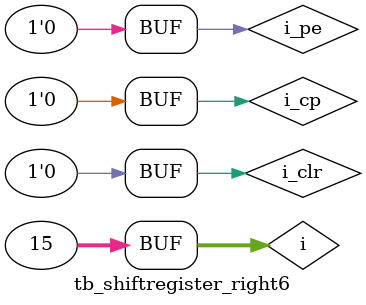
<source format=v>
module tb_shiftregister_right6;
reg i_cp;
reg i_clr;
reg i_pe;
wire [5:0] o_q;
wire [5:0] o_q_;
integer i;

initial begin
    i_cp = 1'b0;
    i_clr = 1'b1;
    i_pe = 1'b0;
    i = 0;
    
    #10;
    i_clr = 1'b0;
    
    for (i = 0; i < 4'hf; i = i + 1) begin
        if (i == 0) begin
            i_pe = 1'b1;
        end
        
        i_cp = 1'b1;
        
        #5;
        i_cp = 1'b0;
        i_pe = 1'b0;
        
        #5;
    end
end

shiftregister_right6 dut(
    .clockpulse(i_cp),
    .clear(i_clr),
    .serial_input(1'b0),
    .preset_enable(i_pe),
    .preset(6'b110000),
    .signal_q(o_q),
    .signal_q_(o_q_)
);

endmodule

</source>
